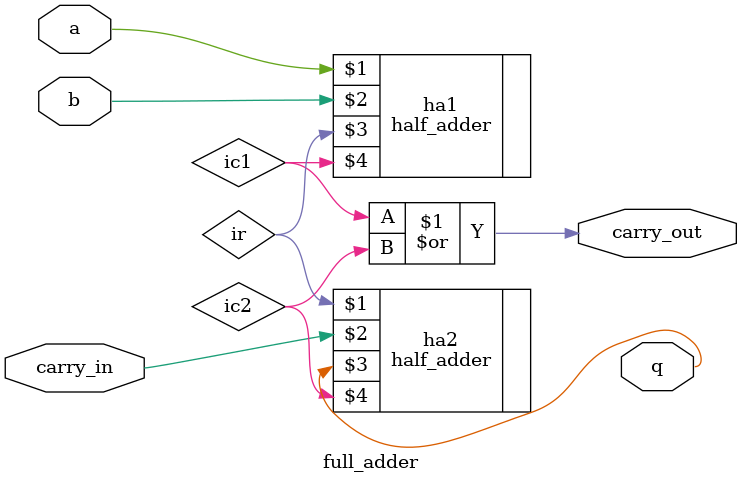
<source format=sv>
module full_adder
(
    input  carry_in,
    input  a,
    input  b,

    output q,
    output carry_out
);

    // Задание:
    // Реализовать модуль полного сумматора используя модули полусумматоров

    wire ir, ic1, ic2;

    half_adder ha1 ( a, b, ir, ic1 );

    half_adder ha2 ( ir, carry_in, q, ic2 );

    or ( carry_out, ic1, ic2 );

endmodule

</source>
